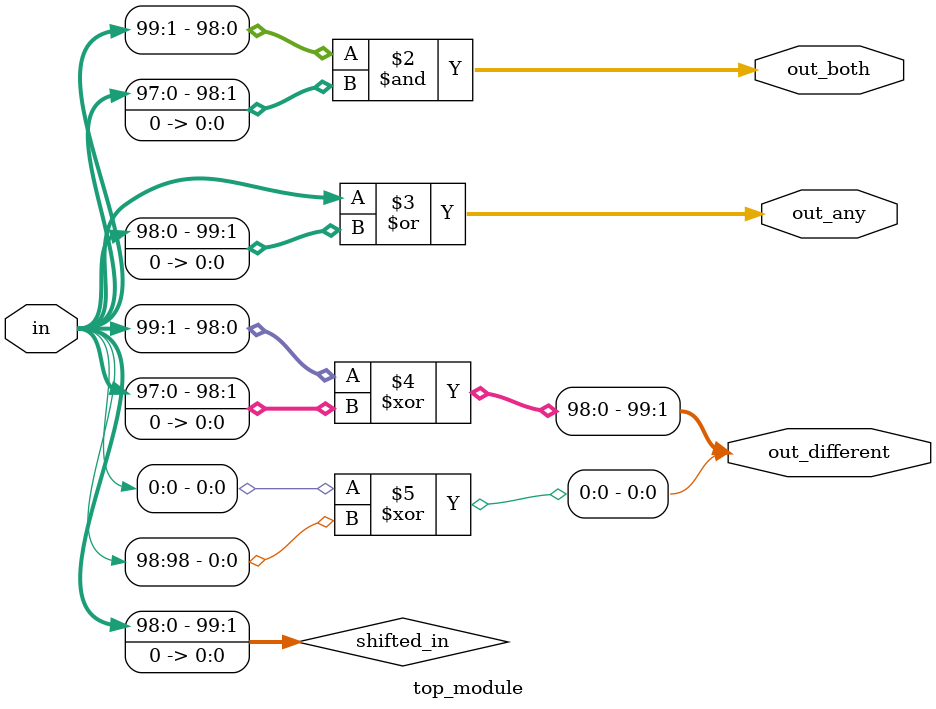
<source format=sv>
module top_module (
    input [99:0] in,
    output [98:0] out_both,
    output [99:0] out_any,
    output [99:0] out_different
);

    // Define the second input signal as the shifted version of the first input
    wire [99:0] shifted_in;
    assign shifted_in = in << 1;

    // Generate out_both signal
    assign out_both = in[99:1] & shifted_in[98:0];

    // Generate out_any signal
    assign out_any = in | shifted_in;

    // Generate out_different signal
    assign out_different[99:1] = in[99:1] ^ shifted_in[98:0];
    assign out_different[0] = in[0] ^ shifted_in[99];

endmodule

</source>
